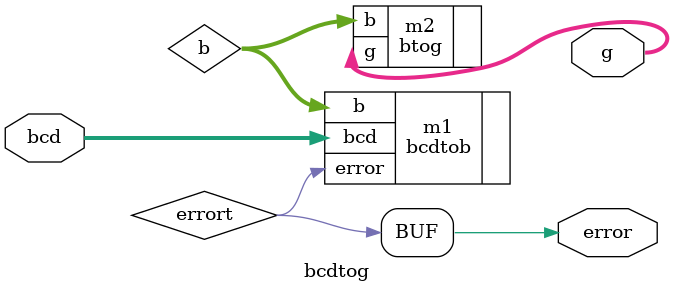
<source format=v>
`timescale 1ns / 1ps


module bcdtog(
    input [7:0]bcd,
    output [3:0]g, output error
    );
    wire [3:0]b;
    wire errort;
    bcdtob m1(.b(b), .bcd(bcd), .error(errort));
    btog m2 (.b(b), .g(g));
    assign error = errort;
endmodule

</source>
